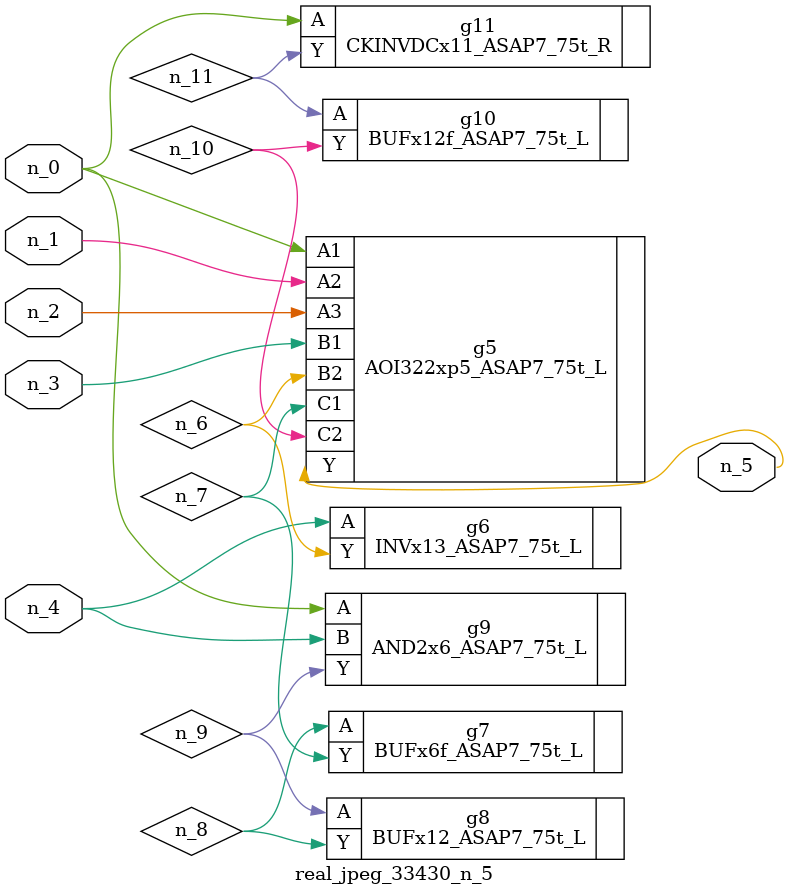
<source format=v>
module real_jpeg_33430_n_5 (n_4, n_0, n_1, n_2, n_3, n_5);

input n_4;
input n_0;
input n_1;
input n_2;
input n_3;

output n_5;

wire n_8;
wire n_11;
wire n_6;
wire n_7;
wire n_10;
wire n_9;

AOI322xp5_ASAP7_75t_L g5 ( 
.A1(n_0),
.A2(n_1),
.A3(n_2),
.B1(n_3),
.B2(n_6),
.C1(n_7),
.C2(n_10),
.Y(n_5)
);

AND2x6_ASAP7_75t_L g9 ( 
.A(n_0),
.B(n_4),
.Y(n_9)
);

CKINVDCx11_ASAP7_75t_R g11 ( 
.A(n_0),
.Y(n_11)
);

INVx13_ASAP7_75t_L g6 ( 
.A(n_4),
.Y(n_6)
);

BUFx6f_ASAP7_75t_L g7 ( 
.A(n_8),
.Y(n_7)
);

BUFx12_ASAP7_75t_L g8 ( 
.A(n_9),
.Y(n_8)
);

BUFx12f_ASAP7_75t_L g10 ( 
.A(n_11),
.Y(n_10)
);


endmodule
</source>
